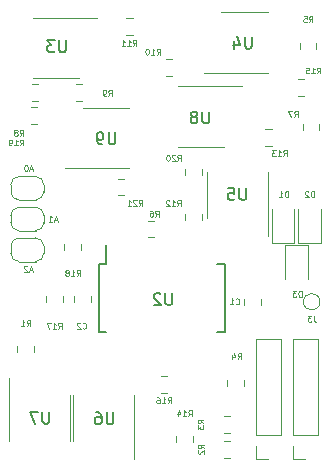
<source format=gbr>
G04 #@! TF.GenerationSoftware,KiCad,Pcbnew,(5.1.5-0-10_14)*
G04 #@! TF.CreationDate,2020-02-20T13:18:36+01:00*
G04 #@! TF.ProjectId,EM7SEG_DRIVER,454d3753-4547-45f4-9452-495645522e6b,rev?*
G04 #@! TF.SameCoordinates,Original*
G04 #@! TF.FileFunction,Legend,Bot*
G04 #@! TF.FilePolarity,Positive*
%FSLAX46Y46*%
G04 Gerber Fmt 4.6, Leading zero omitted, Abs format (unit mm)*
G04 Created by KiCad (PCBNEW (5.1.5-0-10_14)) date 2020-02-20 13:18:36*
%MOMM*%
%LPD*%
G04 APERTURE LIST*
%ADD10C,0.120000*%
%ADD11C,0.150000*%
%ADD12C,0.125000*%
G04 APERTURE END LIST*
D10*
X52160400Y-51638200D02*
G75*
G03X52160400Y-51638200I-700000J0D01*
G01*
X35019348Y-41210200D02*
X35541852Y-41210200D01*
X35019348Y-42630200D02*
X35541852Y-42630200D01*
X42142500Y-40360948D02*
X42142500Y-40883452D01*
X40722500Y-40360948D02*
X40722500Y-40883452D01*
X28244452Y-36602700D02*
X27721948Y-36602700D01*
X28244452Y-35182700D02*
X27721948Y-35182700D01*
X31944400Y-46746548D02*
X31944400Y-47269052D01*
X30524400Y-46746548D02*
X30524400Y-47269052D01*
X28990200Y-51673352D02*
X28990200Y-51150848D01*
X30410200Y-51673352D02*
X30410200Y-51150848D01*
X39204552Y-57948800D02*
X38682048Y-57948800D01*
X39204552Y-59368800D02*
X38682048Y-59368800D01*
X50819952Y-34184700D02*
X50297448Y-34184700D01*
X50819952Y-32764700D02*
X50297448Y-32764700D01*
X40003700Y-63547852D02*
X40003700Y-63025348D01*
X41423700Y-63547852D02*
X41423700Y-63025348D01*
X47536448Y-37006500D02*
X48058952Y-37006500D01*
X47536448Y-38426500D02*
X48058952Y-38426500D01*
X42137400Y-44226848D02*
X42137400Y-44749352D01*
X40717400Y-44226848D02*
X40717400Y-44749352D01*
X36291152Y-29033100D02*
X35768648Y-29033100D01*
X36291152Y-27613100D02*
X35768648Y-27613100D01*
X39656652Y-32541300D02*
X39134148Y-32541300D01*
X39656652Y-31121300D02*
X39134148Y-31121300D01*
X32016352Y-34611400D02*
X31493848Y-34611400D01*
X32016352Y-33191400D02*
X31493848Y-33191400D01*
X27752448Y-33191400D02*
X28274952Y-33191400D01*
X27752448Y-34611400D02*
X28274952Y-34611400D01*
X38107252Y-46188700D02*
X37584748Y-46188700D01*
X38107252Y-44768700D02*
X37584748Y-44768700D01*
X51150400Y-46844500D02*
X51150400Y-49704500D01*
X49230400Y-46844500D02*
X51150400Y-46844500D01*
X49230400Y-49704500D02*
X49230400Y-46844500D01*
X50692000Y-37086152D02*
X50692000Y-36563648D01*
X52112000Y-37086152D02*
X52112000Y-36563648D01*
X51852900Y-29723448D02*
X51852900Y-30245952D01*
X50432900Y-29723448D02*
X50432900Y-30245952D01*
X44273400Y-58782852D02*
X44273400Y-58260348D01*
X45693400Y-58782852D02*
X45693400Y-58260348D01*
X44524452Y-62762200D02*
X44001948Y-62762200D01*
X44524452Y-61342200D02*
X44001948Y-61342200D01*
X44546152Y-64862800D02*
X44023648Y-64862800D01*
X44546152Y-63442800D02*
X44023648Y-63442800D01*
X27938800Y-55390148D02*
X27938800Y-55912652D01*
X26518800Y-55390148D02*
X26518800Y-55912652D01*
X50322600Y-46652900D02*
X50322600Y-43792900D01*
X52242600Y-46652900D02*
X50322600Y-46652900D01*
X52242600Y-43792900D02*
X52242600Y-46652900D01*
X48074700Y-46640200D02*
X48074700Y-43780200D01*
X49994700Y-46640200D02*
X48074700Y-46640200D01*
X49994700Y-43780200D02*
X49994700Y-46640200D01*
X31314300Y-51660652D02*
X31314300Y-51138148D01*
X32734300Y-51660652D02*
X32734300Y-51138148D01*
X45746600Y-51950252D02*
X45746600Y-51427748D01*
X47166600Y-51950252D02*
X47166600Y-51427748D01*
X47749100Y-42583100D02*
X47749100Y-46033100D01*
X47749100Y-42583100D02*
X47749100Y-40633100D01*
X42629100Y-42583100D02*
X42629100Y-44533100D01*
X42629100Y-42583100D02*
X42629100Y-40633100D01*
X45770800Y-32239900D02*
X42320800Y-32239900D01*
X45770800Y-32239900D02*
X47720800Y-32239900D01*
X45770800Y-27119900D02*
X43820800Y-27119900D01*
X45770800Y-27119900D02*
X47720800Y-27119900D01*
X29819600Y-27577100D02*
X33269600Y-27577100D01*
X29819600Y-27577100D02*
X27869600Y-27577100D01*
X29819600Y-32697100D02*
X31769600Y-32697100D01*
X29819600Y-32697100D02*
X27869600Y-32697100D01*
X36392800Y-61506100D02*
X36392800Y-64956100D01*
X36392800Y-61506100D02*
X36392800Y-59556100D01*
X31272800Y-61506100D02*
X31272800Y-63456100D01*
X31272800Y-61506100D02*
X31272800Y-59556100D01*
X25837200Y-61506100D02*
X25837200Y-58056100D01*
X25837200Y-61506100D02*
X25837200Y-63456100D01*
X30957200Y-61506100D02*
X30957200Y-59556100D01*
X30957200Y-61506100D02*
X30957200Y-63456100D01*
X42120800Y-33401300D02*
X45570800Y-33401300D01*
X42120800Y-33401300D02*
X40170800Y-33401300D01*
X42120800Y-38521300D02*
X44070800Y-38521300D01*
X42120800Y-38521300D02*
X40170800Y-38521300D01*
X34041100Y-40312000D02*
X30591100Y-40312000D01*
X34041100Y-40312000D02*
X35991100Y-40312000D01*
X34041100Y-35192000D02*
X32091100Y-35192000D01*
X34041100Y-35192000D02*
X35991100Y-35192000D01*
D11*
X34010400Y-48471100D02*
X34010400Y-46871100D01*
X44085400Y-48471100D02*
X44085400Y-54221100D01*
X33435400Y-48471100D02*
X33435400Y-54221100D01*
X44085400Y-48471100D02*
X43435400Y-48471100D01*
X44085400Y-54221100D02*
X43435400Y-54221100D01*
X33435400Y-54221100D02*
X34085400Y-54221100D01*
X33435400Y-48471100D02*
X34010400Y-48471100D01*
D10*
X49841600Y-64941000D02*
X50901600Y-64941000D01*
X49841600Y-63881000D02*
X49841600Y-64941000D01*
X49841600Y-62881000D02*
X51961600Y-62881000D01*
X51961600Y-62881000D02*
X51961600Y-54821000D01*
X49841600Y-62881000D02*
X49841600Y-54821000D01*
X49841600Y-54821000D02*
X51961600Y-54821000D01*
X46742800Y-54821000D02*
X48862800Y-54821000D01*
X46742800Y-62881000D02*
X46742800Y-54821000D01*
X48862800Y-62881000D02*
X48862800Y-54821000D01*
X46742800Y-62881000D02*
X48862800Y-62881000D01*
X46742800Y-63881000D02*
X46742800Y-64941000D01*
X46742800Y-64941000D02*
X47802800Y-64941000D01*
X26681200Y-48231300D02*
X28081200Y-48231300D01*
X28781200Y-47531300D02*
X28781200Y-46931300D01*
X28081200Y-46231300D02*
X26681200Y-46231300D01*
X25981200Y-46931300D02*
X25981200Y-47531300D01*
X25981200Y-47531300D02*
G75*
G03X26681200Y-48231300I700000J0D01*
G01*
X26681200Y-46231300D02*
G75*
G03X25981200Y-46931300I0J-700000D01*
G01*
X28781200Y-46931300D02*
G75*
G03X28081200Y-46231300I-700000J0D01*
G01*
X28081200Y-48231300D02*
G75*
G03X28781200Y-47531300I0J700000D01*
G01*
X26681200Y-45627800D02*
X28081200Y-45627800D01*
X28781200Y-44927800D02*
X28781200Y-44327800D01*
X28081200Y-43627800D02*
X26681200Y-43627800D01*
X25981200Y-44327800D02*
X25981200Y-44927800D01*
X25981200Y-44927800D02*
G75*
G03X26681200Y-45627800I700000J0D01*
G01*
X26681200Y-43627800D02*
G75*
G03X25981200Y-44327800I0J-700000D01*
G01*
X28781200Y-44327800D02*
G75*
G03X28081200Y-43627800I-700000J0D01*
G01*
X28081200Y-45627800D02*
G75*
G03X28781200Y-44927800I0J700000D01*
G01*
X26681200Y-43024300D02*
X28081200Y-43024300D01*
X28781200Y-42324300D02*
X28781200Y-41724300D01*
X28081200Y-41024300D02*
X26681200Y-41024300D01*
X25981200Y-41724300D02*
X25981200Y-42324300D01*
X25981200Y-42324300D02*
G75*
G03X26681200Y-43024300I700000J0D01*
G01*
X26681200Y-41024300D02*
G75*
G03X25981200Y-41724300I0J-700000D01*
G01*
X28781200Y-41724300D02*
G75*
G03X28081200Y-41024300I-700000J0D01*
G01*
X28081200Y-43024300D02*
G75*
G03X28781200Y-42324300I0J700000D01*
G01*
D12*
X51627066Y-52812390D02*
X51627066Y-53169533D01*
X51650876Y-53240961D01*
X51698495Y-53288580D01*
X51769923Y-53312390D01*
X51817542Y-53312390D01*
X51436590Y-52812390D02*
X51127066Y-52812390D01*
X51293733Y-53002866D01*
X51222304Y-53002866D01*
X51174685Y-53026676D01*
X51150876Y-53050485D01*
X51127066Y-53098104D01*
X51127066Y-53217152D01*
X51150876Y-53264771D01*
X51174685Y-53288580D01*
X51222304Y-53312390D01*
X51365161Y-53312390D01*
X51412780Y-53288580D01*
X51436590Y-53264771D01*
X36821228Y-43507790D02*
X36987895Y-43269695D01*
X37106942Y-43507790D02*
X37106942Y-43007790D01*
X36916466Y-43007790D01*
X36868847Y-43031600D01*
X36845038Y-43055409D01*
X36821228Y-43103028D01*
X36821228Y-43174457D01*
X36845038Y-43222076D01*
X36868847Y-43245885D01*
X36916466Y-43269695D01*
X37106942Y-43269695D01*
X36630752Y-43055409D02*
X36606942Y-43031600D01*
X36559323Y-43007790D01*
X36440276Y-43007790D01*
X36392657Y-43031600D01*
X36368847Y-43055409D01*
X36345038Y-43103028D01*
X36345038Y-43150647D01*
X36368847Y-43222076D01*
X36654561Y-43507790D01*
X36345038Y-43507790D01*
X35868847Y-43507790D02*
X36154561Y-43507790D01*
X36011704Y-43507790D02*
X36011704Y-43007790D01*
X36059323Y-43079219D01*
X36106942Y-43126838D01*
X36154561Y-43150647D01*
X40097828Y-39697790D02*
X40264495Y-39459695D01*
X40383542Y-39697790D02*
X40383542Y-39197790D01*
X40193066Y-39197790D01*
X40145447Y-39221600D01*
X40121638Y-39245409D01*
X40097828Y-39293028D01*
X40097828Y-39364457D01*
X40121638Y-39412076D01*
X40145447Y-39435885D01*
X40193066Y-39459695D01*
X40383542Y-39459695D01*
X39907352Y-39245409D02*
X39883542Y-39221600D01*
X39835923Y-39197790D01*
X39716876Y-39197790D01*
X39669257Y-39221600D01*
X39645447Y-39245409D01*
X39621638Y-39293028D01*
X39621638Y-39340647D01*
X39645447Y-39412076D01*
X39931161Y-39697790D01*
X39621638Y-39697790D01*
X39312114Y-39197790D02*
X39264495Y-39197790D01*
X39216876Y-39221600D01*
X39193066Y-39245409D01*
X39169257Y-39293028D01*
X39145447Y-39388266D01*
X39145447Y-39507314D01*
X39169257Y-39602552D01*
X39193066Y-39650171D01*
X39216876Y-39673980D01*
X39264495Y-39697790D01*
X39312114Y-39697790D01*
X39359733Y-39673980D01*
X39383542Y-39650171D01*
X39407352Y-39602552D01*
X39431161Y-39507314D01*
X39431161Y-39388266D01*
X39407352Y-39293028D01*
X39383542Y-39245409D01*
X39359733Y-39221600D01*
X39312114Y-39197790D01*
X26750148Y-38399810D02*
X26916815Y-38161715D01*
X27035862Y-38399810D02*
X27035862Y-37899810D01*
X26845386Y-37899810D01*
X26797767Y-37923620D01*
X26773958Y-37947429D01*
X26750148Y-37995048D01*
X26750148Y-38066477D01*
X26773958Y-38114096D01*
X26797767Y-38137905D01*
X26845386Y-38161715D01*
X27035862Y-38161715D01*
X26273958Y-38399810D02*
X26559672Y-38399810D01*
X26416815Y-38399810D02*
X26416815Y-37899810D01*
X26464434Y-37971239D01*
X26512053Y-38018858D01*
X26559672Y-38042667D01*
X26035862Y-38399810D02*
X25940624Y-38399810D01*
X25893005Y-38376000D01*
X25869196Y-38352191D01*
X25821577Y-38280762D01*
X25797767Y-38185524D01*
X25797767Y-37995048D01*
X25821577Y-37947429D01*
X25845386Y-37923620D01*
X25893005Y-37899810D01*
X25988243Y-37899810D01*
X26035862Y-37923620D01*
X26059672Y-37947429D01*
X26083481Y-37995048D01*
X26083481Y-38114096D01*
X26059672Y-38161715D01*
X26035862Y-38185524D01*
X25988243Y-38209334D01*
X25893005Y-38209334D01*
X25845386Y-38185524D01*
X25821577Y-38161715D01*
X25797767Y-38114096D01*
X31560908Y-49459030D02*
X31727575Y-49220935D01*
X31846622Y-49459030D02*
X31846622Y-48959030D01*
X31656146Y-48959030D01*
X31608527Y-48982840D01*
X31584718Y-49006649D01*
X31560908Y-49054268D01*
X31560908Y-49125697D01*
X31584718Y-49173316D01*
X31608527Y-49197125D01*
X31656146Y-49220935D01*
X31846622Y-49220935D01*
X31084718Y-49459030D02*
X31370432Y-49459030D01*
X31227575Y-49459030D02*
X31227575Y-48959030D01*
X31275194Y-49030459D01*
X31322813Y-49078078D01*
X31370432Y-49101887D01*
X30799003Y-49173316D02*
X30846622Y-49149506D01*
X30870432Y-49125697D01*
X30894241Y-49078078D01*
X30894241Y-49054268D01*
X30870432Y-49006649D01*
X30846622Y-48982840D01*
X30799003Y-48959030D01*
X30703765Y-48959030D01*
X30656146Y-48982840D01*
X30632337Y-49006649D01*
X30608527Y-49054268D01*
X30608527Y-49078078D01*
X30632337Y-49125697D01*
X30656146Y-49149506D01*
X30703765Y-49173316D01*
X30799003Y-49173316D01*
X30846622Y-49197125D01*
X30870432Y-49220935D01*
X30894241Y-49268554D01*
X30894241Y-49363792D01*
X30870432Y-49411411D01*
X30846622Y-49435220D01*
X30799003Y-49459030D01*
X30703765Y-49459030D01*
X30656146Y-49435220D01*
X30632337Y-49411411D01*
X30608527Y-49363792D01*
X30608527Y-49268554D01*
X30632337Y-49220935D01*
X30656146Y-49197125D01*
X30703765Y-49173316D01*
X29998768Y-53924290D02*
X30165435Y-53686195D01*
X30284482Y-53924290D02*
X30284482Y-53424290D01*
X30094006Y-53424290D01*
X30046387Y-53448100D01*
X30022578Y-53471909D01*
X29998768Y-53519528D01*
X29998768Y-53590957D01*
X30022578Y-53638576D01*
X30046387Y-53662385D01*
X30094006Y-53686195D01*
X30284482Y-53686195D01*
X29522578Y-53924290D02*
X29808292Y-53924290D01*
X29665435Y-53924290D02*
X29665435Y-53424290D01*
X29713054Y-53495719D01*
X29760673Y-53543338D01*
X29808292Y-53567147D01*
X29355911Y-53424290D02*
X29022578Y-53424290D01*
X29236863Y-53924290D01*
X39272348Y-60226110D02*
X39439015Y-59988015D01*
X39558062Y-60226110D02*
X39558062Y-59726110D01*
X39367586Y-59726110D01*
X39319967Y-59749920D01*
X39296158Y-59773729D01*
X39272348Y-59821348D01*
X39272348Y-59892777D01*
X39296158Y-59940396D01*
X39319967Y-59964205D01*
X39367586Y-59988015D01*
X39558062Y-59988015D01*
X38796158Y-60226110D02*
X39081872Y-60226110D01*
X38939015Y-60226110D02*
X38939015Y-59726110D01*
X38986634Y-59797539D01*
X39034253Y-59845158D01*
X39081872Y-59868967D01*
X38367586Y-59726110D02*
X38462824Y-59726110D01*
X38510443Y-59749920D01*
X38534253Y-59773729D01*
X38581872Y-59845158D01*
X38605681Y-59940396D01*
X38605681Y-60130872D01*
X38581872Y-60178491D01*
X38558062Y-60202300D01*
X38510443Y-60226110D01*
X38415205Y-60226110D01*
X38367586Y-60202300D01*
X38343777Y-60178491D01*
X38319967Y-60130872D01*
X38319967Y-60011824D01*
X38343777Y-59964205D01*
X38367586Y-59940396D01*
X38415205Y-59916586D01*
X38510443Y-59916586D01*
X38558062Y-59940396D01*
X38581872Y-59964205D01*
X38605681Y-60011824D01*
X51896128Y-32308970D02*
X52062795Y-32070875D01*
X52181842Y-32308970D02*
X52181842Y-31808970D01*
X51991366Y-31808970D01*
X51943747Y-31832780D01*
X51919938Y-31856589D01*
X51896128Y-31904208D01*
X51896128Y-31975637D01*
X51919938Y-32023256D01*
X51943747Y-32047065D01*
X51991366Y-32070875D01*
X52181842Y-32070875D01*
X51419938Y-32308970D02*
X51705652Y-32308970D01*
X51562795Y-32308970D02*
X51562795Y-31808970D01*
X51610414Y-31880399D01*
X51658033Y-31928018D01*
X51705652Y-31951827D01*
X50967557Y-31808970D02*
X51205652Y-31808970D01*
X51229461Y-32047065D01*
X51205652Y-32023256D01*
X51158033Y-31999446D01*
X51038985Y-31999446D01*
X50991366Y-32023256D01*
X50967557Y-32047065D01*
X50943747Y-32094684D01*
X50943747Y-32213732D01*
X50967557Y-32261351D01*
X50991366Y-32285160D01*
X51038985Y-32308970D01*
X51158033Y-32308970D01*
X51205652Y-32285160D01*
X51229461Y-32261351D01*
X41012228Y-61338590D02*
X41178895Y-61100495D01*
X41297942Y-61338590D02*
X41297942Y-60838590D01*
X41107466Y-60838590D01*
X41059847Y-60862400D01*
X41036038Y-60886209D01*
X41012228Y-60933828D01*
X41012228Y-61005257D01*
X41036038Y-61052876D01*
X41059847Y-61076685D01*
X41107466Y-61100495D01*
X41297942Y-61100495D01*
X40536038Y-61338590D02*
X40821752Y-61338590D01*
X40678895Y-61338590D02*
X40678895Y-60838590D01*
X40726514Y-60910019D01*
X40774133Y-60957638D01*
X40821752Y-60981447D01*
X40107466Y-61005257D02*
X40107466Y-61338590D01*
X40226514Y-60814780D02*
X40345561Y-61171923D01*
X40036038Y-61171923D01*
X49056388Y-39319370D02*
X49223055Y-39081275D01*
X49342102Y-39319370D02*
X49342102Y-38819370D01*
X49151626Y-38819370D01*
X49104007Y-38843180D01*
X49080198Y-38866989D01*
X49056388Y-38914608D01*
X49056388Y-38986037D01*
X49080198Y-39033656D01*
X49104007Y-39057465D01*
X49151626Y-39081275D01*
X49342102Y-39081275D01*
X48580198Y-39319370D02*
X48865912Y-39319370D01*
X48723055Y-39319370D02*
X48723055Y-38819370D01*
X48770674Y-38890799D01*
X48818293Y-38938418D01*
X48865912Y-38962227D01*
X48413531Y-38819370D02*
X48104007Y-38819370D01*
X48270674Y-39009846D01*
X48199245Y-39009846D01*
X48151626Y-39033656D01*
X48127817Y-39057465D01*
X48104007Y-39105084D01*
X48104007Y-39224132D01*
X48127817Y-39271751D01*
X48151626Y-39295560D01*
X48199245Y-39319370D01*
X48342102Y-39319370D01*
X48389721Y-39295560D01*
X48413531Y-39271751D01*
X40072428Y-43533190D02*
X40239095Y-43295095D01*
X40358142Y-43533190D02*
X40358142Y-43033190D01*
X40167666Y-43033190D01*
X40120047Y-43057000D01*
X40096238Y-43080809D01*
X40072428Y-43128428D01*
X40072428Y-43199857D01*
X40096238Y-43247476D01*
X40120047Y-43271285D01*
X40167666Y-43295095D01*
X40358142Y-43295095D01*
X39596238Y-43533190D02*
X39881952Y-43533190D01*
X39739095Y-43533190D02*
X39739095Y-43033190D01*
X39786714Y-43104619D01*
X39834333Y-43152238D01*
X39881952Y-43176047D01*
X39405761Y-43080809D02*
X39381952Y-43057000D01*
X39334333Y-43033190D01*
X39215285Y-43033190D01*
X39167666Y-43057000D01*
X39143857Y-43080809D01*
X39120047Y-43128428D01*
X39120047Y-43176047D01*
X39143857Y-43247476D01*
X39429571Y-43533190D01*
X39120047Y-43533190D01*
X36320848Y-29992430D02*
X36487515Y-29754335D01*
X36606562Y-29992430D02*
X36606562Y-29492430D01*
X36416086Y-29492430D01*
X36368467Y-29516240D01*
X36344658Y-29540049D01*
X36320848Y-29587668D01*
X36320848Y-29659097D01*
X36344658Y-29706716D01*
X36368467Y-29730525D01*
X36416086Y-29754335D01*
X36606562Y-29754335D01*
X35844658Y-29992430D02*
X36130372Y-29992430D01*
X35987515Y-29992430D02*
X35987515Y-29492430D01*
X36035134Y-29563859D01*
X36082753Y-29611478D01*
X36130372Y-29635287D01*
X35368467Y-29992430D02*
X35654181Y-29992430D01*
X35511324Y-29992430D02*
X35511324Y-29492430D01*
X35558943Y-29563859D01*
X35606562Y-29611478D01*
X35654181Y-29635287D01*
X38337608Y-30703670D02*
X38504275Y-30465575D01*
X38623322Y-30703670D02*
X38623322Y-30203670D01*
X38432846Y-30203670D01*
X38385227Y-30227480D01*
X38361418Y-30251289D01*
X38337608Y-30298908D01*
X38337608Y-30370337D01*
X38361418Y-30417956D01*
X38385227Y-30441765D01*
X38432846Y-30465575D01*
X38623322Y-30465575D01*
X37861418Y-30703670D02*
X38147132Y-30703670D01*
X38004275Y-30703670D02*
X38004275Y-30203670D01*
X38051894Y-30275099D01*
X38099513Y-30322718D01*
X38147132Y-30346527D01*
X37551894Y-30203670D02*
X37504275Y-30203670D01*
X37456656Y-30227480D01*
X37432846Y-30251289D01*
X37409037Y-30298908D01*
X37385227Y-30394146D01*
X37385227Y-30513194D01*
X37409037Y-30608432D01*
X37432846Y-30656051D01*
X37456656Y-30679860D01*
X37504275Y-30703670D01*
X37551894Y-30703670D01*
X37599513Y-30679860D01*
X37623322Y-30656051D01*
X37647132Y-30608432D01*
X37670941Y-30513194D01*
X37670941Y-30394146D01*
X37647132Y-30298908D01*
X37623322Y-30251289D01*
X37599513Y-30227480D01*
X37551894Y-30203670D01*
X34253973Y-34208870D02*
X34420640Y-33970775D01*
X34539687Y-34208870D02*
X34539687Y-33708870D01*
X34349211Y-33708870D01*
X34301592Y-33732680D01*
X34277782Y-33756489D01*
X34253973Y-33804108D01*
X34253973Y-33875537D01*
X34277782Y-33923156D01*
X34301592Y-33946965D01*
X34349211Y-33970775D01*
X34539687Y-33970775D01*
X34015878Y-34208870D02*
X33920640Y-34208870D01*
X33873020Y-34185060D01*
X33849211Y-34161251D01*
X33801592Y-34089822D01*
X33777782Y-33994584D01*
X33777782Y-33804108D01*
X33801592Y-33756489D01*
X33825401Y-33732680D01*
X33873020Y-33708870D01*
X33968259Y-33708870D01*
X34015878Y-33732680D01*
X34039687Y-33756489D01*
X34063497Y-33804108D01*
X34063497Y-33923156D01*
X34039687Y-33970775D01*
X34015878Y-33994584D01*
X33968259Y-34018394D01*
X33873020Y-34018394D01*
X33825401Y-33994584D01*
X33801592Y-33970775D01*
X33777782Y-33923156D01*
X26748293Y-37584530D02*
X26914960Y-37346435D01*
X27034007Y-37584530D02*
X27034007Y-37084530D01*
X26843531Y-37084530D01*
X26795912Y-37108340D01*
X26772102Y-37132149D01*
X26748293Y-37179768D01*
X26748293Y-37251197D01*
X26772102Y-37298816D01*
X26795912Y-37322625D01*
X26843531Y-37346435D01*
X27034007Y-37346435D01*
X26462579Y-37298816D02*
X26510198Y-37275006D01*
X26534007Y-37251197D01*
X26557817Y-37203578D01*
X26557817Y-37179768D01*
X26534007Y-37132149D01*
X26510198Y-37108340D01*
X26462579Y-37084530D01*
X26367340Y-37084530D01*
X26319721Y-37108340D01*
X26295912Y-37132149D01*
X26272102Y-37179768D01*
X26272102Y-37203578D01*
X26295912Y-37251197D01*
X26319721Y-37275006D01*
X26367340Y-37298816D01*
X26462579Y-37298816D01*
X26510198Y-37322625D01*
X26534007Y-37346435D01*
X26557817Y-37394054D01*
X26557817Y-37489292D01*
X26534007Y-37536911D01*
X26510198Y-37560720D01*
X26462579Y-37584530D01*
X26367340Y-37584530D01*
X26319721Y-37560720D01*
X26295912Y-37536911D01*
X26272102Y-37489292D01*
X26272102Y-37394054D01*
X26295912Y-37346435D01*
X26319721Y-37322625D01*
X26367340Y-37298816D01*
X38208733Y-44422190D02*
X38375400Y-44184095D01*
X38494447Y-44422190D02*
X38494447Y-43922190D01*
X38303971Y-43922190D01*
X38256352Y-43946000D01*
X38232542Y-43969809D01*
X38208733Y-44017428D01*
X38208733Y-44088857D01*
X38232542Y-44136476D01*
X38256352Y-44160285D01*
X38303971Y-44184095D01*
X38494447Y-44184095D01*
X37780161Y-43922190D02*
X37875400Y-43922190D01*
X37923019Y-43946000D01*
X37946828Y-43969809D01*
X37994447Y-44041238D01*
X38018257Y-44136476D01*
X38018257Y-44326952D01*
X37994447Y-44374571D01*
X37970638Y-44398380D01*
X37923019Y-44422190D01*
X37827780Y-44422190D01*
X37780161Y-44398380D01*
X37756352Y-44374571D01*
X37732542Y-44326952D01*
X37732542Y-44207904D01*
X37756352Y-44160285D01*
X37780161Y-44136476D01*
X37827780Y-44112666D01*
X37923019Y-44112666D01*
X37970638Y-44136476D01*
X37994447Y-44160285D01*
X38018257Y-44207904D01*
X50607707Y-51219230D02*
X50607707Y-50719230D01*
X50488660Y-50719230D01*
X50417231Y-50743040D01*
X50369612Y-50790659D01*
X50345802Y-50838278D01*
X50321993Y-50933516D01*
X50321993Y-51004944D01*
X50345802Y-51100182D01*
X50369612Y-51147801D01*
X50417231Y-51195420D01*
X50488660Y-51219230D01*
X50607707Y-51219230D01*
X50155326Y-50719230D02*
X49845802Y-50719230D01*
X50012469Y-50909706D01*
X49941040Y-50909706D01*
X49893421Y-50933516D01*
X49869612Y-50957325D01*
X49845802Y-51004944D01*
X49845802Y-51123992D01*
X49869612Y-51171611D01*
X49893421Y-51195420D01*
X49941040Y-51219230D01*
X50083898Y-51219230D01*
X50131517Y-51195420D01*
X50155326Y-51171611D01*
X49994333Y-35989390D02*
X50161000Y-35751295D01*
X50280047Y-35989390D02*
X50280047Y-35489390D01*
X50089571Y-35489390D01*
X50041952Y-35513200D01*
X50018142Y-35537009D01*
X49994333Y-35584628D01*
X49994333Y-35656057D01*
X50018142Y-35703676D01*
X50041952Y-35727485D01*
X50089571Y-35751295D01*
X50280047Y-35751295D01*
X49827666Y-35489390D02*
X49494333Y-35489390D01*
X49708619Y-35989390D01*
X51238933Y-27962990D02*
X51405600Y-27724895D01*
X51524647Y-27962990D02*
X51524647Y-27462990D01*
X51334171Y-27462990D01*
X51286552Y-27486800D01*
X51262742Y-27510609D01*
X51238933Y-27558228D01*
X51238933Y-27629657D01*
X51262742Y-27677276D01*
X51286552Y-27701085D01*
X51334171Y-27724895D01*
X51524647Y-27724895D01*
X50786552Y-27462990D02*
X51024647Y-27462990D01*
X51048457Y-27701085D01*
X51024647Y-27677276D01*
X50977028Y-27653466D01*
X50857980Y-27653466D01*
X50810361Y-27677276D01*
X50786552Y-27701085D01*
X50762742Y-27748704D01*
X50762742Y-27867752D01*
X50786552Y-27915371D01*
X50810361Y-27939180D01*
X50857980Y-27962990D01*
X50977028Y-27962990D01*
X51024647Y-27939180D01*
X51048457Y-27915371D01*
X45181033Y-56499890D02*
X45347700Y-56261795D01*
X45466747Y-56499890D02*
X45466747Y-55999890D01*
X45276271Y-55999890D01*
X45228652Y-56023700D01*
X45204842Y-56047509D01*
X45181033Y-56095128D01*
X45181033Y-56166557D01*
X45204842Y-56214176D01*
X45228652Y-56237985D01*
X45276271Y-56261795D01*
X45466747Y-56261795D01*
X44752461Y-56166557D02*
X44752461Y-56499890D01*
X44871509Y-55976080D02*
X44990557Y-56333223D01*
X44681033Y-56333223D01*
X42296210Y-61915526D02*
X42058115Y-61748860D01*
X42296210Y-61629812D02*
X41796210Y-61629812D01*
X41796210Y-61820288D01*
X41820020Y-61867907D01*
X41843829Y-61891717D01*
X41891448Y-61915526D01*
X41962877Y-61915526D01*
X42010496Y-61891717D01*
X42034305Y-61867907D01*
X42058115Y-61820288D01*
X42058115Y-61629812D01*
X41796210Y-62082193D02*
X41796210Y-62391717D01*
X41986686Y-62225050D01*
X41986686Y-62296479D01*
X42010496Y-62344098D01*
X42034305Y-62367907D01*
X42081924Y-62391717D01*
X42200972Y-62391717D01*
X42248591Y-62367907D01*
X42272400Y-62344098D01*
X42296210Y-62296479D01*
X42296210Y-62153621D01*
X42272400Y-62106002D01*
X42248591Y-62082193D01*
X42321610Y-64028826D02*
X42083515Y-63862160D01*
X42321610Y-63743112D02*
X41821610Y-63743112D01*
X41821610Y-63933588D01*
X41845420Y-63981207D01*
X41869229Y-64005017D01*
X41916848Y-64028826D01*
X41988277Y-64028826D01*
X42035896Y-64005017D01*
X42059705Y-63981207D01*
X42083515Y-63933588D01*
X42083515Y-63743112D01*
X41869229Y-64219302D02*
X41845420Y-64243112D01*
X41821610Y-64290731D01*
X41821610Y-64409779D01*
X41845420Y-64457398D01*
X41869229Y-64481207D01*
X41916848Y-64505017D01*
X41964467Y-64505017D01*
X42035896Y-64481207D01*
X42321610Y-64195493D01*
X42321610Y-64505017D01*
X27319753Y-53700810D02*
X27486420Y-53462715D01*
X27605467Y-53700810D02*
X27605467Y-53200810D01*
X27414991Y-53200810D01*
X27367372Y-53224620D01*
X27343562Y-53248429D01*
X27319753Y-53296048D01*
X27319753Y-53367477D01*
X27343562Y-53415096D01*
X27367372Y-53438905D01*
X27414991Y-53462715D01*
X27605467Y-53462715D01*
X26843562Y-53700810D02*
X27129277Y-53700810D01*
X26986420Y-53700810D02*
X26986420Y-53200810D01*
X27034039Y-53272239D01*
X27081658Y-53319858D01*
X27129277Y-53343667D01*
X51656727Y-42763570D02*
X51656727Y-42263570D01*
X51537680Y-42263570D01*
X51466251Y-42287380D01*
X51418632Y-42334999D01*
X51394822Y-42382618D01*
X51371013Y-42477856D01*
X51371013Y-42549284D01*
X51394822Y-42644522D01*
X51418632Y-42692141D01*
X51466251Y-42739760D01*
X51537680Y-42763570D01*
X51656727Y-42763570D01*
X51180537Y-42311189D02*
X51156727Y-42287380D01*
X51109108Y-42263570D01*
X50990060Y-42263570D01*
X50942441Y-42287380D01*
X50918632Y-42311189D01*
X50894822Y-42358808D01*
X50894822Y-42406427D01*
X50918632Y-42477856D01*
X51204346Y-42763570D01*
X50894822Y-42763570D01*
X49444387Y-42778810D02*
X49444387Y-42278810D01*
X49325340Y-42278810D01*
X49253911Y-42302620D01*
X49206292Y-42350239D01*
X49182482Y-42397858D01*
X49158673Y-42493096D01*
X49158673Y-42564524D01*
X49182482Y-42659762D01*
X49206292Y-42707381D01*
X49253911Y-42755000D01*
X49325340Y-42778810D01*
X49444387Y-42778810D01*
X48682482Y-42778810D02*
X48968197Y-42778810D01*
X48825340Y-42778810D02*
X48825340Y-42278810D01*
X48872959Y-42350239D01*
X48920578Y-42397858D01*
X48968197Y-42421667D01*
X32056833Y-53858891D02*
X32080642Y-53882700D01*
X32152071Y-53906510D01*
X32199690Y-53906510D01*
X32271119Y-53882700D01*
X32318738Y-53835081D01*
X32342547Y-53787462D01*
X32366357Y-53692224D01*
X32366357Y-53620796D01*
X32342547Y-53525558D01*
X32318738Y-53477939D01*
X32271119Y-53430320D01*
X32199690Y-53406510D01*
X32152071Y-53406510D01*
X32080642Y-53430320D01*
X32056833Y-53454129D01*
X31866357Y-53454129D02*
X31842547Y-53430320D01*
X31794928Y-53406510D01*
X31675880Y-53406510D01*
X31628261Y-53430320D01*
X31604452Y-53454129D01*
X31580642Y-53501748D01*
X31580642Y-53549367D01*
X31604452Y-53620796D01*
X31890166Y-53906510D01*
X31580642Y-53906510D01*
X45028633Y-51811691D02*
X45052442Y-51835500D01*
X45123871Y-51859310D01*
X45171490Y-51859310D01*
X45242919Y-51835500D01*
X45290538Y-51787881D01*
X45314347Y-51740262D01*
X45338157Y-51645024D01*
X45338157Y-51573596D01*
X45314347Y-51478358D01*
X45290538Y-51430739D01*
X45242919Y-51383120D01*
X45171490Y-51359310D01*
X45123871Y-51359310D01*
X45052442Y-51383120D01*
X45028633Y-51406929D01*
X44552442Y-51859310D02*
X44838157Y-51859310D01*
X44695300Y-51859310D02*
X44695300Y-51359310D01*
X44742919Y-51430739D01*
X44790538Y-51478358D01*
X44838157Y-51502167D01*
D11*
X45912904Y-42010080D02*
X45912904Y-42819604D01*
X45865285Y-42914842D01*
X45817666Y-42962461D01*
X45722428Y-43010080D01*
X45531952Y-43010080D01*
X45436714Y-42962461D01*
X45389095Y-42914842D01*
X45341476Y-42819604D01*
X45341476Y-42010080D01*
X44389095Y-42010080D02*
X44865285Y-42010080D01*
X44912904Y-42486271D01*
X44865285Y-42438652D01*
X44770047Y-42391033D01*
X44531952Y-42391033D01*
X44436714Y-42438652D01*
X44389095Y-42486271D01*
X44341476Y-42581509D01*
X44341476Y-42819604D01*
X44389095Y-42914842D01*
X44436714Y-42962461D01*
X44531952Y-43010080D01*
X44770047Y-43010080D01*
X44865285Y-42962461D01*
X44912904Y-42914842D01*
X46380304Y-29195780D02*
X46380304Y-30005304D01*
X46332685Y-30100542D01*
X46285066Y-30148161D01*
X46189828Y-30195780D01*
X45999352Y-30195780D01*
X45904114Y-30148161D01*
X45856495Y-30100542D01*
X45808876Y-30005304D01*
X45808876Y-29195780D01*
X44904114Y-29529114D02*
X44904114Y-30195780D01*
X45142209Y-29148161D02*
X45380304Y-29862447D01*
X44761257Y-29862447D01*
X30657704Y-29500580D02*
X30657704Y-30310104D01*
X30610085Y-30405342D01*
X30562466Y-30452961D01*
X30467228Y-30500580D01*
X30276752Y-30500580D01*
X30181514Y-30452961D01*
X30133895Y-30405342D01*
X30086276Y-30310104D01*
X30086276Y-29500580D01*
X29705323Y-29500580D02*
X29086276Y-29500580D01*
X29419609Y-29881533D01*
X29276752Y-29881533D01*
X29181514Y-29929152D01*
X29133895Y-29976771D01*
X29086276Y-30072009D01*
X29086276Y-30310104D01*
X29133895Y-30405342D01*
X29181514Y-30452961D01*
X29276752Y-30500580D01*
X29562466Y-30500580D01*
X29657704Y-30452961D01*
X29705323Y-30405342D01*
X34670903Y-60996580D02*
X34670903Y-61806104D01*
X34623284Y-61901342D01*
X34575665Y-61948961D01*
X34480427Y-61996580D01*
X34289951Y-61996580D01*
X34194713Y-61948961D01*
X34147094Y-61901342D01*
X34099475Y-61806104D01*
X34099475Y-60996580D01*
X33194713Y-60996580D02*
X33385189Y-60996580D01*
X33480427Y-61044200D01*
X33528046Y-61091819D01*
X33623284Y-61234676D01*
X33670903Y-61425152D01*
X33670903Y-61806104D01*
X33623284Y-61901342D01*
X33575665Y-61948961D01*
X33480427Y-61996580D01*
X33289951Y-61996580D01*
X33194713Y-61948961D01*
X33147094Y-61901342D01*
X33099475Y-61806104D01*
X33099475Y-61568009D01*
X33147094Y-61472771D01*
X33194713Y-61425152D01*
X33289951Y-61377533D01*
X33480427Y-61377533D01*
X33575665Y-61425152D01*
X33623284Y-61472771D01*
X33670903Y-61568009D01*
X29235304Y-60945780D02*
X29235304Y-61755304D01*
X29187685Y-61850542D01*
X29140066Y-61898161D01*
X29044828Y-61945780D01*
X28854352Y-61945780D01*
X28759114Y-61898161D01*
X28711495Y-61850542D01*
X28663876Y-61755304D01*
X28663876Y-60945780D01*
X28282923Y-60945780D02*
X27616257Y-60945780D01*
X28044828Y-61945780D01*
X42781104Y-35527979D02*
X42781104Y-36337503D01*
X42733485Y-36432741D01*
X42685866Y-36480360D01*
X42590628Y-36527979D01*
X42400152Y-36527979D01*
X42304914Y-36480360D01*
X42257295Y-36432741D01*
X42209676Y-36337503D01*
X42209676Y-35527979D01*
X41590628Y-35956551D02*
X41685866Y-35908932D01*
X41733485Y-35861313D01*
X41781104Y-35766075D01*
X41781104Y-35718456D01*
X41733485Y-35623218D01*
X41685866Y-35575599D01*
X41590628Y-35527979D01*
X41400152Y-35527979D01*
X41304914Y-35575599D01*
X41257295Y-35623218D01*
X41209676Y-35718456D01*
X41209676Y-35766075D01*
X41257295Y-35861313D01*
X41304914Y-35908932D01*
X41400152Y-35956551D01*
X41590628Y-35956551D01*
X41685866Y-36004170D01*
X41733485Y-36051789D01*
X41781104Y-36147027D01*
X41781104Y-36337503D01*
X41733485Y-36432741D01*
X41685866Y-36480360D01*
X41590628Y-36527979D01*
X41400152Y-36527979D01*
X41304914Y-36480360D01*
X41257295Y-36432741D01*
X41209676Y-36337503D01*
X41209676Y-36147027D01*
X41257295Y-36051789D01*
X41304914Y-36004170D01*
X41400152Y-35956551D01*
X34828405Y-37293280D02*
X34828405Y-38102804D01*
X34780786Y-38198042D01*
X34733167Y-38245661D01*
X34637929Y-38293280D01*
X34447453Y-38293280D01*
X34352215Y-38245661D01*
X34304596Y-38198042D01*
X34256977Y-38102804D01*
X34256977Y-37293280D01*
X33733167Y-38293280D02*
X33542691Y-38293280D01*
X33447453Y-38245661D01*
X33399834Y-38198042D01*
X33304596Y-38055185D01*
X33256977Y-37864709D01*
X33256977Y-37483757D01*
X33304596Y-37388519D01*
X33352215Y-37340900D01*
X33447453Y-37293280D01*
X33637929Y-37293280D01*
X33733167Y-37340900D01*
X33780786Y-37388519D01*
X33828405Y-37483757D01*
X33828405Y-37721852D01*
X33780786Y-37817090D01*
X33733167Y-37864709D01*
X33637929Y-37912328D01*
X33447453Y-37912328D01*
X33352215Y-37864709D01*
X33304596Y-37817090D01*
X33256977Y-37721852D01*
X39641684Y-50892460D02*
X39641684Y-51701984D01*
X39594065Y-51797222D01*
X39546446Y-51844841D01*
X39451208Y-51892460D01*
X39260732Y-51892460D01*
X39165494Y-51844841D01*
X39117875Y-51797222D01*
X39070256Y-51701984D01*
X39070256Y-50892460D01*
X38641684Y-50987699D02*
X38594065Y-50940080D01*
X38498827Y-50892460D01*
X38260732Y-50892460D01*
X38165494Y-50940080D01*
X38117875Y-50987699D01*
X38070256Y-51082937D01*
X38070256Y-51178175D01*
X38117875Y-51321032D01*
X38689303Y-51892460D01*
X38070256Y-51892460D01*
D12*
X27814542Y-48960553D02*
X27576447Y-48960553D01*
X27862161Y-49103410D02*
X27695495Y-48603410D01*
X27528828Y-49103410D01*
X27385971Y-48651029D02*
X27362161Y-48627220D01*
X27314542Y-48603410D01*
X27195495Y-48603410D01*
X27147876Y-48627220D01*
X27124066Y-48651029D01*
X27100257Y-48698648D01*
X27100257Y-48746267D01*
X27124066Y-48817696D01*
X27409780Y-49103410D01*
X27100257Y-49103410D01*
X29904962Y-44700973D02*
X29666867Y-44700973D01*
X29952581Y-44843830D02*
X29785915Y-44343830D01*
X29619248Y-44843830D01*
X29190677Y-44843830D02*
X29476391Y-44843830D01*
X29333534Y-44843830D02*
X29333534Y-44343830D01*
X29381153Y-44415259D01*
X29428772Y-44462878D01*
X29476391Y-44486687D01*
X27839942Y-40413453D02*
X27601847Y-40413453D01*
X27887561Y-40556310D02*
X27720895Y-40056310D01*
X27554228Y-40556310D01*
X27292323Y-40056310D02*
X27244704Y-40056310D01*
X27197085Y-40080120D01*
X27173276Y-40103929D01*
X27149466Y-40151548D01*
X27125657Y-40246786D01*
X27125657Y-40365834D01*
X27149466Y-40461072D01*
X27173276Y-40508691D01*
X27197085Y-40532500D01*
X27244704Y-40556310D01*
X27292323Y-40556310D01*
X27339942Y-40532500D01*
X27363752Y-40508691D01*
X27387561Y-40461072D01*
X27411371Y-40365834D01*
X27411371Y-40246786D01*
X27387561Y-40151548D01*
X27363752Y-40103929D01*
X27339942Y-40080120D01*
X27292323Y-40056310D01*
M02*

</source>
